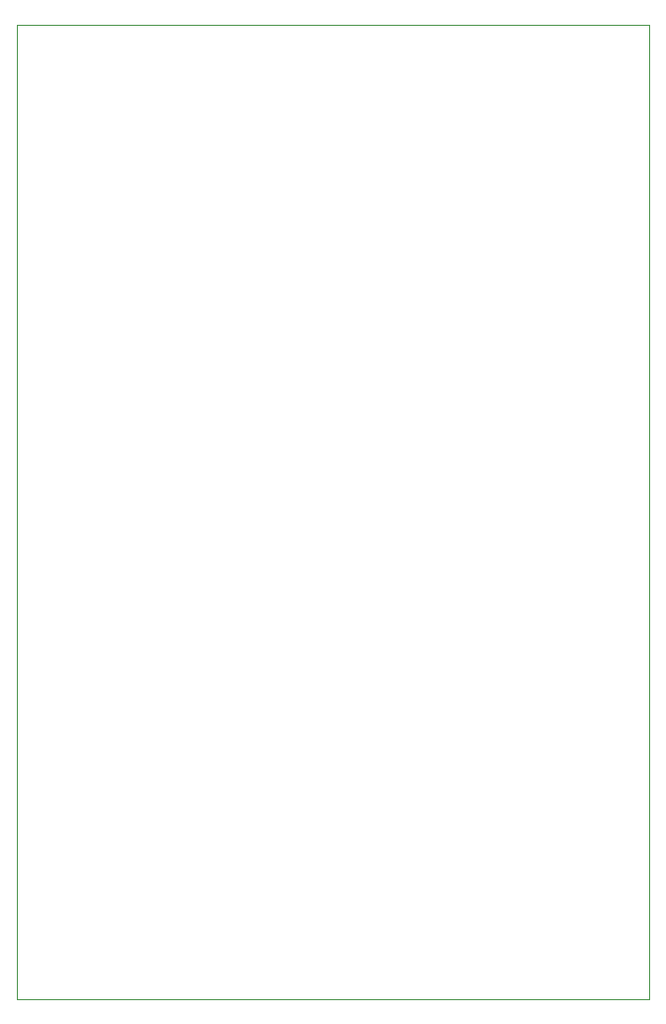
<source format=gbr>
%TF.GenerationSoftware,KiCad,Pcbnew,7.0.10*%
%TF.CreationDate,2024-01-17T02:44:35+05:30*%
%TF.ProjectId,open_src,6f70656e-5f73-4726-932e-6b696361645f,rev?*%
%TF.SameCoordinates,Original*%
%TF.FileFunction,Profile,NP*%
%FSLAX46Y46*%
G04 Gerber Fmt 4.6, Leading zero omitted, Abs format (unit mm)*
G04 Created by KiCad (PCBNEW 7.0.10) date 2024-01-17 02:44:35*
%MOMM*%
%LPD*%
G01*
G04 APERTURE LIST*
%TA.AperFunction,Profile*%
%ADD10C,0.100000*%
%TD*%
G04 APERTURE END LIST*
D10*
X136500000Y-53340000D02*
X190500000Y-53340000D01*
X190500000Y-136380000D01*
X136500000Y-136380000D01*
X136500000Y-53340000D01*
M02*

</source>
